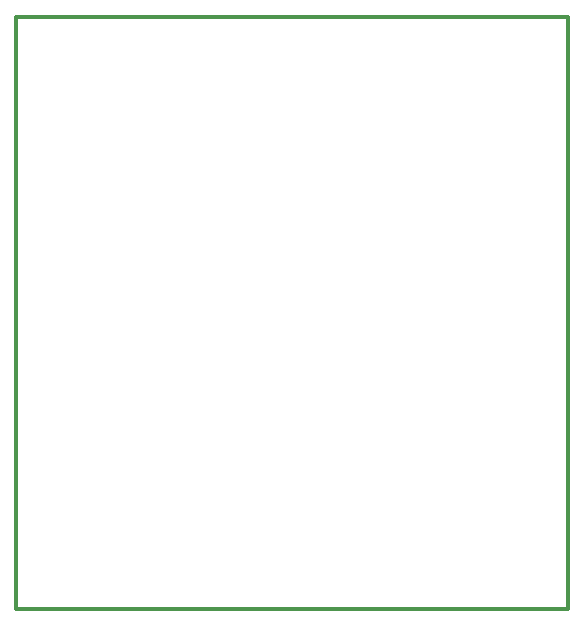
<source format=gm1>
G04*
G04 #@! TF.GenerationSoftware,Altium Limited,Altium Designer,18.1.5 (160)*
G04*
G04 Layer_Color=16711935*
%FSLAX25Y25*%
%MOIN*%
G70*
G01*
G75*
%ADD69C,0.01181*%
D69*
X685000Y303000D02*
Y500500D01*
X501000D02*
X685000D01*
X501000D02*
X501000Y303000D01*
X684500D01*
M02*

</source>
